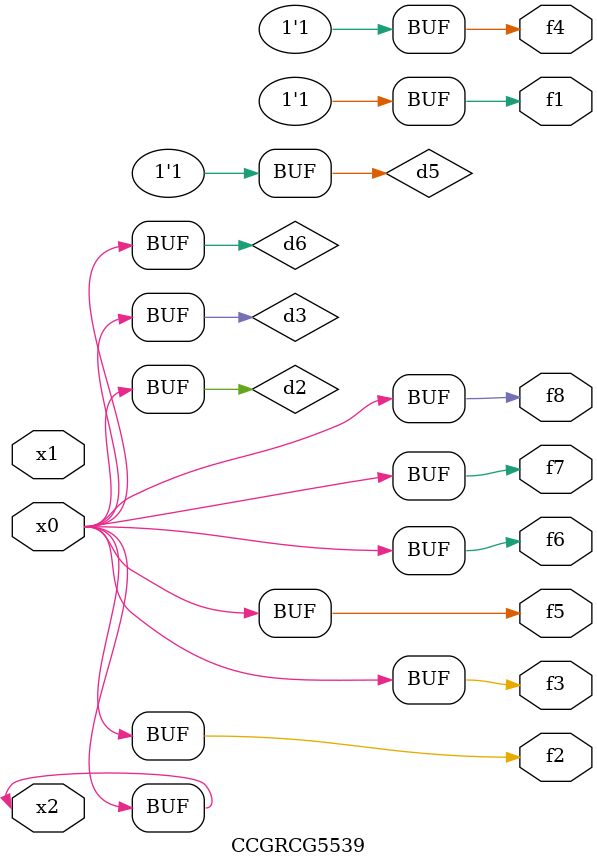
<source format=v>
module CCGRCG5539(
	input x0, x1, x2,
	output f1, f2, f3, f4, f5, f6, f7, f8
);

	wire d1, d2, d3, d4, d5, d6;

	xnor (d1, x2);
	buf (d2, x0, x2);
	and (d3, x0);
	xnor (d4, x1, x2);
	nand (d5, d1, d3);
	buf (d6, d2, d3);
	assign f1 = d5;
	assign f2 = d6;
	assign f3 = d6;
	assign f4 = d5;
	assign f5 = d6;
	assign f6 = d6;
	assign f7 = d6;
	assign f8 = d6;
endmodule

</source>
